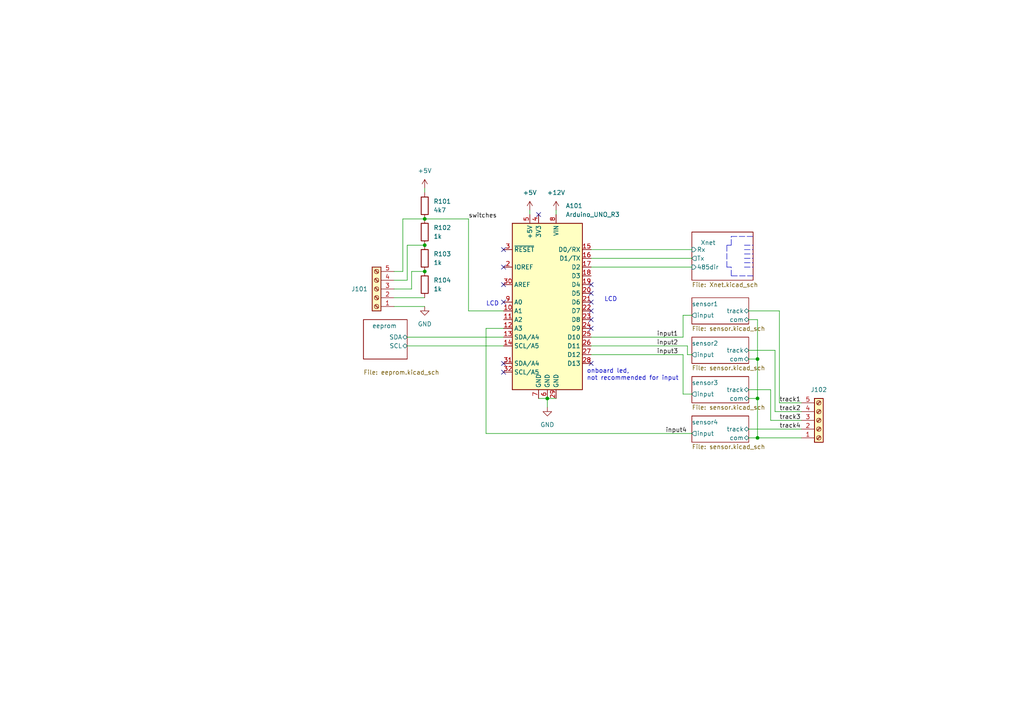
<source format=kicad_sch>
(kicad_sch (version 20211123) (generator eeschema)
  (paper "A4")
  (lib_symbols
    (symbol "Connector:Screw_Terminal_01x05" (pin_names (offset 1.016) hide)
      (property "Reference" "J" (at 0 7.62 0))
      (property "Value" "Screw_Terminal_01x05" (at 0 -7.62 0))
      (symbol "Screw_Terminal_01x05_1_1"
        (rectangle (start -1.27 6.35) (end 1.27 -6.35) (stroke (width 0.254)) (fill (type background)))
        (circle (center 0 -5.08) (radius 0.635) (stroke (width 0.1524)))
        (circle (center 0 -2.54) (radius 0.635) (stroke (width 0.1524)))
        (polyline (pts (xy -0.5334 -4.7498) (xy 0.3302 -5.588)) (stroke (width 0.1524)))
        (polyline (pts (xy -0.5334 -2.2098) (xy 0.3302 -3.048)) (stroke (width 0.1524)))
        (polyline (pts (xy -0.5334 0.3302) (xy 0.3302 -0.508)) (stroke (width 0.1524)))
        (polyline (pts (xy -0.5334 2.8702) (xy 0.3302 2.032)) (stroke (width 0.1524)))
        (polyline (pts (xy -0.5334 5.4102) (xy 0.3302 4.572)) (stroke (width 0.1524)))
        (polyline (pts (xy -0.3556 -4.572) (xy 0.508 -5.4102)) (stroke (width 0.1524)))
        (polyline (pts (xy -0.3556 -2.032) (xy 0.508 -2.8702)) (stroke (width 0.1524)))
        (polyline (pts (xy -0.3556 0.508) (xy 0.508 -0.3302)) (stroke (width 0.1524)))
        (polyline (pts (xy -0.3556 3.048) (xy 0.508 2.2098)) (stroke (width 0.1524)))
        (polyline (pts (xy -0.3556 5.588) (xy 0.508 4.7498)) (stroke (width 0.1524)))
        (circle (center 0 0) (radius 0.635) (stroke (width 0.1524)))
        (circle (center 0 2.54) (radius 0.635) (stroke (width 0.1524)))
        (circle (center 0 5.08) (radius 0.635) (stroke (width 0.1524)))
        (pin passive line (at -5.08 5.08 0) (length 3.81) (name "Pin_1") (number "1"))
        (pin passive line (at -5.08 2.54 0) (length 3.81) (name "Pin_2") (number "2"))
        (pin passive line (at -5.08 0 0) (length 3.81) (name "Pin_3") (number "3"))
        (pin passive line (at -5.08 -2.54 0) (length 3.81) (name "Pin_4") (number "4"))
        (pin passive line (at -5.08 -5.08 0) (length 3.81) (name "Pin_5") (number "5"))
      )
    )
    (symbol "Device:R" (pin_numbers hide) (pin_names (offset 0))
      (property "Reference" "R" (at 2.032 0 90))
      (property "Value" "R" (at 0 0 90))
      (symbol "R_0_1"
        (rectangle (start -1.016 -2.54) (end 1.016 2.54) (stroke (width 0.254)))
      )
      (symbol "R_1_1"
        (pin passive line (at 0 3.81 270) (length 1.27) (name "~") (number "1"))
        (pin passive line (at 0 -3.81 90) (length 1.27) (name "~") (number "2"))
      )
    )
    (symbol "MCU_Module:Arduino_UNO_R3"
      (property "Reference" "A" (at -10.16 23.495 0))
      (property "Value" "Arduino_UNO_R3" (at 5.08 -26.67 0))
      (symbol "Arduino_UNO_R3_0_1"
        (rectangle (start -10.16 22.86) (end 10.16 -25.4) (stroke (width 0.254)) (fill (type background)))
      )
      (symbol "Arduino_UNO_R3_1_1"
        (pin no_connect line (at -10.16 -20.32 0) (length 2.54) hide (name "NC") (number "1"))
        (pin bidirectional line (at 12.7 -2.54 180) (length 2.54) (name "A1") (number "10"))
        (pin bidirectional line (at 12.7 -5.08 180) (length 2.54) (name "A2") (number "11"))
        (pin bidirectional line (at 12.7 -7.62 180) (length 2.54) (name "A3") (number "12"))
        (pin bidirectional line (at 12.7 -10.16 180) (length 2.54) (name "SDA/A4") (number "13"))
        (pin bidirectional line (at 12.7 -12.7 180) (length 2.54) (name "SCL/A5") (number "14"))
        (pin bidirectional line (at -12.7 15.24 0) (length 2.54) (name "D0/RX") (number "15"))
        (pin bidirectional line (at -12.7 12.7 0) (length 2.54) (name "D1/TX") (number "16"))
        (pin bidirectional line (at -12.7 10.16 0) (length 2.54) (name "D2") (number "17"))
        (pin bidirectional line (at -12.7 7.62 0) (length 2.54) (name "D3") (number "18"))
        (pin bidirectional line (at -12.7 5.08 0) (length 2.54) (name "D4") (number "19"))
        (pin output line (at 12.7 10.16 180) (length 2.54) (name "IOREF") (number "2"))
        (pin bidirectional line (at -12.7 2.54 0) (length 2.54) (name "D5") (number "20"))
        (pin bidirectional line (at -12.7 0 0) (length 2.54) (name "D6") (number "21"))
        (pin bidirectional line (at -12.7 -2.54 0) (length 2.54) (name "D7") (number "22"))
        (pin bidirectional line (at -12.7 -5.08 0) (length 2.54) (name "D8") (number "23"))
        (pin bidirectional line (at -12.7 -7.62 0) (length 2.54) (name "D9") (number "24"))
        (pin bidirectional line (at -12.7 -10.16 0) (length 2.54) (name "D10") (number "25"))
        (pin bidirectional line (at -12.7 -12.7 0) (length 2.54) (name "D11") (number "26"))
        (pin bidirectional line (at -12.7 -15.24 0) (length 2.54) (name "D12") (number "27"))
        (pin bidirectional line (at -12.7 -17.78 0) (length 2.54) (name "D13") (number "28"))
        (pin power_in line (at -2.54 -27.94 90) (length 2.54) (name "GND") (number "29"))
        (pin input line (at 12.7 15.24 180) (length 2.54) (name "~{RESET}") (number "3"))
        (pin input line (at 12.7 5.08 180) (length 2.54) (name "AREF") (number "30"))
        (pin bidirectional line (at 12.7 -17.78 180) (length 2.54) (name "SDA/A4") (number "31"))
        (pin bidirectional line (at 12.7 -20.32 180) (length 2.54) (name "SCL/A5") (number "32"))
        (pin power_out line (at 2.54 25.4 270) (length 2.54) (name "3V3") (number "4"))
        (pin power_out line (at 5.08 25.4 270) (length 2.54) (name "+5V") (number "5"))
        (pin power_in line (at 0 -27.94 90) (length 2.54) (name "GND") (number "6"))
        (pin power_in line (at 2.54 -27.94 90) (length 2.54) (name "GND") (number "7"))
        (pin power_in line (at -2.54 25.4 270) (length 2.54) (name "VIN") (number "8"))
        (pin bidirectional line (at 12.7 0 180) (length 2.54) (name "A0") (number "9"))
      )
    )
    (symbol "power:+12V" (power) (pin_names (offset 0))
      (property "Value" "+12V" (at 0 3.556 0))
      (symbol "+12V_0_1"
        (polyline (pts (xy -0.762 1.27) (xy 0 2.54)))
        (polyline (pts (xy 0 0) (xy 0 2.54)))
        (polyline (pts (xy 0 2.54) (xy 0.762 1.27)))
      )
      (symbol "+12V_1_1"
        (pin power_in line (at 0 0 90) (length 0) hide (name "+12V") (number "1"))
      )
    )
    (symbol "power:+5V" (power) (pin_names (offset 0))
      (property "Value" "+5V" (at 0 3.556 0))
      (symbol "+5V_0_1"
        (polyline (pts (xy -0.762 1.27) (xy 0 2.54)))
        (polyline (pts (xy 0 0) (xy 0 2.54)))
        (polyline (pts (xy 0 2.54) (xy 0.762 1.27)))
      )
      (symbol "+5V_1_1"
        (pin power_in line (at 0 0 90) (length 0) hide (name "+5V") (number "1"))
      )
    )
    (symbol "power:GND" (power) (pin_names (offset 0))
      (property "Value" "GND" (at 0 -3.81 0))
      (symbol "GND_0_1"
        (polyline (pts (xy 0 0) (xy 0 -1.27) (xy 1.27 -1.27) (xy 0 -2.54) (xy -1.27 -1.27) (xy 0 -1.27)))
      )
      (symbol "GND_1_1"
        (pin power_in line (at 0 0 270) (length 0) hide (name "GND") (number "1"))
      )
    )
  )
  (junction (at 219.71 115.57))
  (junction (at 219.71 104.14))
  (junction (at 219.71 127))
  (junction (at 123.19 78.74))
  (junction (at 158.75 115.57))
  (junction (at 123.19 71.12))
  (junction (at 123.19 63.5))
  (no_connect (at 146.05 107.95))
  (no_connect (at 146.05 105.41))
  (no_connect (at 171.45 95.25))
  (no_connect (at 171.45 87.63))
  (no_connect (at 146.05 82.55))
  (no_connect (at 171.45 82.55))
  (no_connect (at 146.05 72.39))
  (no_connect (at 146.05 77.47))
  (no_connect (at 171.45 92.71))
  (no_connect (at 146.05 87.63))
  (no_connect (at 156.21 62.23))
  (no_connect (at 171.45 85.09))
  (no_connect (at 171.45 105.41))
  (no_connect (at 171.45 90.17))
  (polyline (pts (xy 210.82 71.12) (xy 212.09 71.12)))
  (polyline (pts (xy 215.9 74.93) (xy 218.44 74.93)))
  (wire (pts (xy 198.12 91.44) (xy 198.12 97.79)))
  (polyline (pts (xy 212.09 71.12) (xy 212.09 68.58)))
  (wire (pts (xy 118.11 81.28) (xy 118.11 71.12)))
  (wire (pts (xy 116.84 78.74) (xy 116.84 63.5)))
  (polyline (pts (xy 215.9 71.12) (xy 218.44 71.12)))
  (wire (pts (xy 217.17 104.14) (xy 219.71 104.14)))
  (wire (pts (xy 123.19 63.5) (xy 135.89 63.5)))
  (wire (pts (xy 114.3 88.9) (xy 123.19 88.9)))
  (wire (pts (xy 217.17 127) (xy 219.71 127)))
  (wire (pts (xy 217.17 92.71) (xy 219.71 92.71)))
  (wire (pts (xy 123.19 54.61) (xy 123.19 55.88)))
  (polyline (pts (xy 210.82 77.47) (xy 210.82 71.12)))
  (wire (pts (xy 156.21 115.57) (xy 158.75 115.57)))
  (wire (pts (xy 200.66 91.44) (xy 198.12 91.44)))
  (wire (pts (xy 198.12 114.3) (xy 200.66 114.3)))
  (wire (pts (xy 118.11 100.33) (xy 146.05 100.33)))
  (wire (pts (xy 171.45 100.33) (xy 199.39 100.33)))
  (wire (pts (xy 153.67 60.96) (xy 153.67 62.23)))
  (wire (pts (xy 119.38 78.74) (xy 119.38 83.82)))
  (wire (pts (xy 114.3 78.74) (xy 116.84 78.74)))
  (wire (pts (xy 118.11 97.79) (xy 146.05 97.79)))
  (wire (pts (xy 114.3 86.36) (xy 123.19 86.36)))
  (wire (pts (xy 199.39 100.33) (xy 199.39 102.87)))
  (wire (pts (xy 171.45 77.47) (xy 200.66 77.47)))
  (polyline (pts (xy 218.44 80.01) (xy 212.09 80.01)))
  (wire (pts (xy 217.17 124.46) (xy 232.41 124.46)))
  (wire (pts (xy 219.71 104.14) (xy 219.71 115.57)))
  (wire (pts (xy 232.41 116.84) (xy 226.06 116.84)))
  (wire (pts (xy 223.52 113.03) (xy 217.17 113.03)))
  (wire (pts (xy 119.38 83.82) (xy 114.3 83.82)))
  (wire (pts (xy 198.12 97.79) (xy 171.45 97.79)))
  (wire (pts (xy 219.71 92.71) (xy 219.71 104.14)))
  (wire (pts (xy 135.89 63.5) (xy 135.89 90.17)))
  (wire (pts (xy 226.06 90.17) (xy 217.17 90.17)))
  (wire (pts (xy 123.19 78.74) (xy 119.38 78.74)))
  (wire (pts (xy 199.39 102.87) (xy 200.66 102.87)))
  (wire (pts (xy 171.45 102.87) (xy 198.12 102.87)))
  (wire (pts (xy 223.52 121.92) (xy 223.52 113.03)))
  (wire (pts (xy 140.97 95.25) (xy 146.05 95.25)))
  (wire (pts (xy 226.06 116.84) (xy 226.06 90.17)))
  (wire (pts (xy 219.71 127) (xy 232.41 127)))
  (wire (pts (xy 171.45 72.39) (xy 200.66 72.39)))
  (polyline (pts (xy 215.9 77.47) (xy 218.44 77.47)))
  (wire (pts (xy 224.79 119.38) (xy 224.79 101.6)))
  (polyline (pts (xy 212.09 68.58) (xy 218.44 68.58)))
  (wire (pts (xy 116.84 63.5) (xy 123.19 63.5)))
  (wire (pts (xy 232.41 121.92) (xy 223.52 121.92)))
  (wire (pts (xy 200.66 125.73) (xy 140.97 125.73)))
  (wire (pts (xy 140.97 125.73) (xy 140.97 95.25)))
  (wire (pts (xy 118.11 71.12) (xy 123.19 71.12)))
  (polyline (pts (xy 212.09 77.47) (xy 210.82 77.47)))
  (wire (pts (xy 198.12 102.87) (xy 198.12 114.3)))
  (polyline (pts (xy 215.9 73.66) (xy 218.44 73.66)))
  (wire (pts (xy 217.17 115.57) (xy 219.71 115.57)))
  (wire (pts (xy 158.75 115.57) (xy 158.75 118.11)))
  (polyline (pts (xy 212.09 80.01) (xy 212.09 77.47)))
  (wire (pts (xy 135.89 90.17) (xy 146.05 90.17)))
  (wire (pts (xy 161.29 60.96) (xy 161.29 62.23)))
  (wire (pts (xy 158.75 115.57) (xy 161.29 115.57)))
  (polyline (pts (xy 215.9 76.2) (xy 218.44 76.2)))
  (wire (pts (xy 114.3 81.28) (xy 118.11 81.28)))
  (wire (pts (xy 171.45 74.93) (xy 200.66 74.93)))
  (wire (pts (xy 224.79 101.6) (xy 217.17 101.6)))
  (wire (pts (xy 219.71 115.57) (xy 219.71 127)))
  (wire (pts (xy 232.41 119.38) (xy 224.79 119.38)))
  (polyline (pts (xy 215.9 72.39) (xy 218.44 72.39)))
  (text "LCD" (at 175.26 87.63 0) (effects (font (size 1.27 1.27)) (justify left bottom)))
  (text "onboard led, \nnot recommended for input" (at 170.18 110.49 0) (effects (font (size 1.27 1.27)) (justify left bottom)))
  (text "LCD" (at 140.97 88.9 0) (effects (font (size 1.27 1.27)) (justify left bottom)))
  (label "track2" (at 226.06 119.38 0))
  (label "input1" (at 190.504 97.79 0))
  (label "input2" (at 190.5 100.33 0))
  (label "track1" (at 226.06 116.84 0))
  (label "input3" (at 190.5 102.87 0))
  (label "track4" (at 226.06 124.46 0))
  (label "track3" (at 226.06 121.92 0))
  (label "input4" (at 193.04 125.73 0))
  (label "switches" (at 135.89 63.5 0))
  (symbol (lib_id "power:GND") (at 158.75 118.11 0) (unit 1)
    (property "Reference" "#PWR0103" (effects hide))
    (property "Value" "GND" (at 158.75 123.19 0))
  )
  (symbol (lib_id "power:+5V") (at 123.19 54.61 0) (unit 1)
    (property "Reference" "#PWR0105" (effects hide))
    (property "Value" "+5V" (at 123.19 49.53 0))
  )
  (symbol (lib_id "Device:R") (at 123.19 82.55 180) (unit 1)
    (property "Reference" "R104" (at 125.73 81.2799 0) (effects (justify right)))
    (property "Value" "1k" (at 125.73 83.8199 0) (effects (justify right)))
    (property "Footprint" "Resistor_THT:R_Axial_DIN0204_L3.6mm_D1.6mm_P7.62mm_Horizontal" (effects hide))
  )
  (symbol (lib_id "power:+5V") (at 153.67 60.96 0) (unit 1)
    (property "Reference" "#PWR0102" (effects hide))
    (property "Value" "+5V" (at 153.67 55.88 0))
  )
  (symbol (lib_id "Device:R") (at 123.19 59.69 180) (unit 1)
    (property "Reference" "R101" (at 125.73 58.4199 0) (effects (justify right)))
    (property "Value" "4k7" (at 125.73 60.9599 0) (effects (justify right)))
    (property "Footprint" "Resistor_THT:R_Axial_DIN0204_L3.6mm_D1.6mm_P7.62mm_Horizontal" (effects hide))
  )
  (symbol (lib_id "power:GND") (at 123.19 88.9 0) (unit 1)
    (property "Reference" "#PWR0104" (effects hide))
    (property "Value" "GND" (at 123.19 93.98 0))
  )
  (symbol (lib_id "MCU_Module:Arduino_UNO_R3") (at 158.75 87.63 0) (mirror y) (unit 1)
    (property "Reference" "A101" (at 164.0587 59.69 0) (effects (justify right)))
    (property "Value" "Arduino_UNO_R3" (at 164.0587 62.23 0) (effects (justify right)))
    (property "Footprint" "custom_kicad_lib_sk:UNO_SHIELD_NEUTRAL" (effects hide))
    (property "Datasheet" "https://www.arduino.cc/en/Main/arduinoBoardUno" (effects hide))
  )
  (symbol (lib_id "Connector:Screw_Terminal_01x05") (at 109.22 83.82 180) (unit 1)
    (property "Reference" "J101" (at 106.68 83.8201 0) (effects (justify left)))
    (property "Value" "Screw_Terminal_01x05" (effects hide))
    (property "Footprint" "TerminalBlock_Phoenix:TerminalBlock_Phoenix_MKDS-1,5-5-5.08_1x05_P5.08mm_Horizontal" (effects hide))
  )
  (symbol (lib_id "Device:R") (at 123.19 67.31 180) (unit 1)
    (property "Reference" "R102" (at 125.73 66.0399 0) (effects (justify right)))
    (property "Value" "1k" (at 125.73 68.5799 0) (effects (justify right)))
    (property "Footprint" "Resistor_THT:R_Axial_DIN0204_L3.6mm_D1.6mm_P7.62mm_Horizontal" (effects hide))
  )
  (symbol (lib_id "Connector:Screw_Terminal_01x05") (at 237.49 121.92 0) (mirror x) (unit 1)
    (property "Reference" "J102" (at 237.49 113.03 0))
    (property "Value" "Screw_Terminal_01x05" (effects hide))
    (property "Footprint" "TerminalBlock_Phoenix:TerminalBlock_Phoenix_MKDS-1,5-5-5.08_1x05_P5.08mm_Horizontal" (effects hide))
  )
  (symbol (lib_id "power:+12V") (at 161.29 60.96 0) (unit 1)
    (property "Reference" "#PWR0101" (effects hide))
    (property "Value" "+12V" (at 161.29 55.88 0))
  )
  (symbol (lib_id "Device:R") (at 123.19 74.93 180) (unit 1)
    (property "Reference" "R103" (at 125.73 73.6599 0) (effects (justify right)))
    (property "Value" "1k" (at 125.73 76.1999 0) (effects (justify right)))
    (property "Footprint" "Resistor_THT:R_Axial_DIN0204_L3.6mm_D1.6mm_P7.62mm_Horizontal" (effects hide))
  )
  (sheet (at 200.66 67.31) (size 17.78 13.97) (stroke (width 0.1524))
    (property "Sheet name" "Xnet" (at 203.2 71.12 0) (effects (justify left bottom)))
    (property "Sheet file" "Xnet.kicad_sch" (at 200.66 81.8646 0) (effects (justify left top)))
    (pin "485dir" input (at 200.66 77.47 180))
    (pin "Tx" output (at 200.66 74.93 180))
    (pin "Rx" input (at 200.66 72.39 180))
  )
  (sheet (at 200.66 97.79) (size 16.51 7.62) (stroke (width 0.1524))
    (property "Sheet name" "sensor2" (at 200.66 100.33 0) (effects (justify left bottom)))
    (property "Sheet file" "sensor.kicad_sch" (at 200.66 105.9946 0) (effects (justify left top)))
    (pin "track" bidirectional (at 217.17 101.6 0))
    (pin "com" bidirectional (at 217.17 104.14 0))
    (pin "input" output (at 200.66 102.87 180))
  )
  (sheet (at 200.66 109.22) (size 16.51 7.62) (stroke (width 0.1524))
    (property "Sheet name" "sensor3" (at 200.66 111.76 0) (effects (justify left bottom)))
    (property "Sheet file" "sensor.kicad_sch" (at 200.66 117.4246 0) (effects (justify left top)))
    (pin "track" bidirectional (at 217.17 113.03 0))
    (pin "com" bidirectional (at 217.17 115.57 0))
    (pin "input" output (at 200.66 114.3 180))
  )
  (sheet (at 200.66 120.65) (size 16.51 7.62) (stroke (width 0.1524))
    (property "Sheet name" "sensor4" (at 200.66 123.19 0) (effects (justify left bottom)))
    (property "Sheet file" "sensor.kicad_sch" (at 200.66 128.8546 0) (effects (justify left top)))
    (pin "track" bidirectional (at 217.17 124.46 0))
    (pin "com" bidirectional (at 217.17 127 0))
    (pin "input" output (at 200.66 125.73 180))
  )
  (sheet (at 105.41 92.71) (size 12.7 11.43) (stroke (width 0.1524))
    (property "Sheet name" "eeprom" (at 107.95 95.25 0) (effects (justify left bottom)))
    (property "Sheet file" "eeprom.kicad_sch" (at 105.41 107.2646 0) (effects (justify left top)))
    (pin "SDA" bidirectional (at 118.11 97.79 0))
    (pin "SCL" bidirectional (at 118.11 100.33 0))
  )
  (sheet (at 200.66 86.36) (size 16.51 7.62) (stroke (width 0.1524))
    (property "Sheet name" "sensor1" (at 200.66 88.9 0) (effects (justify left bottom)))
    (property "Sheet file" "sensor.kicad_sch" (at 200.66 94.5646 0) (effects (justify left top)))
    (pin "track" bidirectional (at 217.17 90.17 0))
    (pin "com" bidirectional (at 217.17 92.71 0))
    (pin "input" output (at 200.66 91.44 180))
  )
)
</source>
